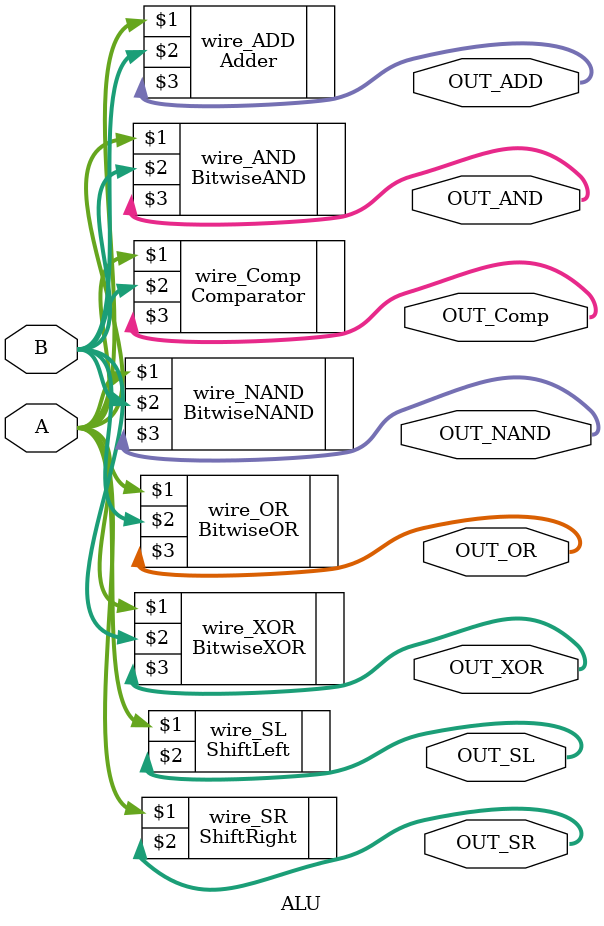
<source format=v>
`timescale 1ns / 1ps

/*------------------------------------------------
 * Engineer:  Tahmid Khan
 * Module:    Arithmetic Logic Unit (ALU) (8-bit)
 -----------------------------------------------*/
 
 /************************************************ 
 // [INPUTS]
 // Operands:  	A, B (8-bit)
 
 // [OUTPUTS]
 // Sum:	   		OUT_ADD
 // Shift Left:	OUT_SL
 // Shift Right:	OUT_SR
 // Bitwise AND:	OUT_AND
 // Bitwise OR:	OUT_OR
 // Bitwise XOR:	OUT_XOR
 // Bitwise NAND:	OUT_NAND
 // Compare:		OUT_Comp
					
 ************************************************/ 
module ALU(
	input [7:0] A, B,
	output [7:0] OUT_ADD,
	output [7:0] OUT_SL,
	output [7:0] OUT_SR,
	output [7:0] OUT_AND,
	output [7:0] OUT_OR,
	output [7:0] OUT_XOR,
	output [7:0] OUT_NAND,
	output [7:0] OUT_Comp
);
	
	Adder wire_ADD(A, B, OUT_ADD);
	ShiftLeft 	wire_SL(A, OUT_SL);
	ShiftRight 	wire_SR(A, OUT_SR);
	BitwiseAND 	wire_AND(A, B, OUT_AND);
	BitwiseOR 	wire_OR(A, B, OUT_OR);
	BitwiseXOR 	wire_XOR(A, B, OUT_XOR);
	BitwiseNAND wire_NAND(A, B, OUT_NAND);
	Comparator	wire_Comp(A, B, OUT_Comp);
 
endmodule 
</source>
